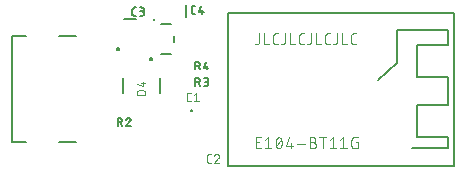
<source format=gbr>
G04 EAGLE Gerber RS-274X export*
G75*
%MOMM*%
%FSLAX34Y34*%
%LPD*%
%INSilkscreen Top*%
%IPPOS*%
%AMOC8*
5,1,8,0,0,1.08239X$1,22.5*%
G01*
%ADD10C,0.076200*%
%ADD11C,0.127000*%
%ADD12C,0.203200*%
%ADD13C,0.200000*%
%ADD14C,0.254000*%
%ADD15C,0.152400*%


D10*
X205201Y121704D02*
X205201Y114394D01*
X205199Y114305D01*
X205193Y114217D01*
X205184Y114129D01*
X205171Y114041D01*
X205154Y113954D01*
X205134Y113868D01*
X205109Y113783D01*
X205082Y113698D01*
X205050Y113615D01*
X205016Y113534D01*
X204977Y113454D01*
X204936Y113376D01*
X204891Y113299D01*
X204843Y113225D01*
X204792Y113152D01*
X204738Y113082D01*
X204680Y113015D01*
X204620Y112949D01*
X204558Y112887D01*
X204492Y112827D01*
X204425Y112769D01*
X204355Y112715D01*
X204282Y112664D01*
X204208Y112616D01*
X204131Y112571D01*
X204053Y112530D01*
X203973Y112491D01*
X203892Y112457D01*
X203809Y112425D01*
X203724Y112398D01*
X203639Y112373D01*
X203553Y112353D01*
X203466Y112336D01*
X203378Y112323D01*
X203290Y112314D01*
X203202Y112308D01*
X203113Y112306D01*
X202069Y112306D01*
X209715Y112306D02*
X209715Y121704D01*
X209715Y112306D02*
X213892Y112306D01*
X219380Y112306D02*
X221469Y112306D01*
X219380Y112306D02*
X219291Y112308D01*
X219203Y112314D01*
X219115Y112323D01*
X219027Y112336D01*
X218940Y112353D01*
X218854Y112373D01*
X218769Y112398D01*
X218684Y112425D01*
X218601Y112457D01*
X218520Y112491D01*
X218440Y112530D01*
X218362Y112571D01*
X218285Y112616D01*
X218211Y112664D01*
X218138Y112715D01*
X218068Y112769D01*
X218001Y112827D01*
X217935Y112887D01*
X217873Y112949D01*
X217813Y113015D01*
X217755Y113082D01*
X217701Y113152D01*
X217650Y113225D01*
X217602Y113299D01*
X217557Y113376D01*
X217516Y113454D01*
X217477Y113534D01*
X217443Y113615D01*
X217411Y113698D01*
X217384Y113783D01*
X217359Y113868D01*
X217339Y113954D01*
X217322Y114041D01*
X217309Y114129D01*
X217300Y114217D01*
X217294Y114305D01*
X217292Y114394D01*
X217292Y119616D01*
X217294Y119707D01*
X217300Y119798D01*
X217310Y119889D01*
X217324Y119979D01*
X217341Y120068D01*
X217363Y120156D01*
X217389Y120244D01*
X217418Y120330D01*
X217451Y120415D01*
X217488Y120498D01*
X217528Y120580D01*
X217572Y120660D01*
X217619Y120738D01*
X217670Y120814D01*
X217723Y120887D01*
X217780Y120958D01*
X217841Y121027D01*
X217904Y121092D01*
X217969Y121155D01*
X218038Y121215D01*
X218109Y121273D01*
X218182Y121326D01*
X218258Y121377D01*
X218336Y121424D01*
X218416Y121468D01*
X218498Y121508D01*
X218581Y121545D01*
X218666Y121578D01*
X218752Y121607D01*
X218840Y121633D01*
X218928Y121655D01*
X219017Y121672D01*
X219107Y121686D01*
X219198Y121696D01*
X219289Y121702D01*
X219380Y121704D01*
X221469Y121704D01*
X227147Y121704D02*
X227147Y114394D01*
X227146Y114394D02*
X227144Y114305D01*
X227138Y114217D01*
X227129Y114129D01*
X227116Y114041D01*
X227099Y113954D01*
X227079Y113868D01*
X227054Y113783D01*
X227027Y113698D01*
X226995Y113615D01*
X226961Y113534D01*
X226922Y113454D01*
X226881Y113376D01*
X226836Y113299D01*
X226788Y113225D01*
X226737Y113152D01*
X226683Y113082D01*
X226625Y113015D01*
X226565Y112949D01*
X226503Y112887D01*
X226437Y112827D01*
X226370Y112769D01*
X226300Y112715D01*
X226227Y112664D01*
X226153Y112616D01*
X226076Y112571D01*
X225998Y112530D01*
X225918Y112491D01*
X225837Y112457D01*
X225754Y112425D01*
X225669Y112398D01*
X225584Y112373D01*
X225498Y112353D01*
X225411Y112336D01*
X225323Y112323D01*
X225235Y112314D01*
X225147Y112308D01*
X225058Y112306D01*
X224014Y112306D01*
X231661Y112306D02*
X231661Y121704D01*
X231661Y112306D02*
X235837Y112306D01*
X241326Y112306D02*
X243414Y112306D01*
X241326Y112306D02*
X241237Y112308D01*
X241149Y112314D01*
X241061Y112323D01*
X240973Y112336D01*
X240886Y112353D01*
X240800Y112373D01*
X240715Y112398D01*
X240630Y112425D01*
X240547Y112457D01*
X240466Y112491D01*
X240386Y112530D01*
X240308Y112571D01*
X240231Y112616D01*
X240157Y112664D01*
X240084Y112715D01*
X240014Y112769D01*
X239947Y112827D01*
X239881Y112887D01*
X239819Y112949D01*
X239759Y113015D01*
X239701Y113082D01*
X239647Y113152D01*
X239596Y113225D01*
X239548Y113299D01*
X239503Y113376D01*
X239462Y113454D01*
X239423Y113534D01*
X239389Y113615D01*
X239357Y113698D01*
X239330Y113783D01*
X239305Y113868D01*
X239285Y113954D01*
X239268Y114041D01*
X239255Y114129D01*
X239246Y114217D01*
X239240Y114305D01*
X239238Y114394D01*
X239237Y114394D02*
X239237Y119616D01*
X239238Y119616D02*
X239240Y119707D01*
X239246Y119798D01*
X239256Y119889D01*
X239270Y119979D01*
X239287Y120068D01*
X239309Y120156D01*
X239335Y120244D01*
X239364Y120330D01*
X239397Y120415D01*
X239434Y120498D01*
X239474Y120580D01*
X239518Y120660D01*
X239565Y120738D01*
X239616Y120814D01*
X239669Y120887D01*
X239726Y120958D01*
X239787Y121027D01*
X239850Y121092D01*
X239915Y121155D01*
X239984Y121215D01*
X240055Y121273D01*
X240128Y121326D01*
X240204Y121377D01*
X240282Y121424D01*
X240362Y121468D01*
X240444Y121508D01*
X240527Y121545D01*
X240612Y121578D01*
X240698Y121607D01*
X240786Y121633D01*
X240874Y121655D01*
X240963Y121672D01*
X241053Y121686D01*
X241144Y121696D01*
X241235Y121702D01*
X241326Y121704D01*
X243414Y121704D01*
X249092Y121704D02*
X249092Y114394D01*
X249090Y114305D01*
X249084Y114217D01*
X249075Y114129D01*
X249062Y114041D01*
X249045Y113954D01*
X249025Y113868D01*
X249000Y113783D01*
X248973Y113698D01*
X248941Y113615D01*
X248907Y113534D01*
X248868Y113454D01*
X248827Y113376D01*
X248782Y113299D01*
X248734Y113225D01*
X248683Y113152D01*
X248629Y113082D01*
X248571Y113015D01*
X248511Y112949D01*
X248449Y112887D01*
X248383Y112827D01*
X248316Y112769D01*
X248246Y112715D01*
X248173Y112664D01*
X248099Y112616D01*
X248022Y112571D01*
X247944Y112530D01*
X247864Y112491D01*
X247783Y112457D01*
X247700Y112425D01*
X247615Y112398D01*
X247530Y112373D01*
X247444Y112353D01*
X247357Y112336D01*
X247269Y112323D01*
X247181Y112314D01*
X247093Y112308D01*
X247004Y112306D01*
X245959Y112306D01*
X253606Y112306D02*
X253606Y121704D01*
X253606Y112306D02*
X257783Y112306D01*
X263271Y112306D02*
X265360Y112306D01*
X263271Y112306D02*
X263182Y112308D01*
X263094Y112314D01*
X263006Y112323D01*
X262918Y112336D01*
X262831Y112353D01*
X262745Y112373D01*
X262660Y112398D01*
X262575Y112425D01*
X262492Y112457D01*
X262411Y112491D01*
X262331Y112530D01*
X262253Y112571D01*
X262176Y112616D01*
X262102Y112664D01*
X262029Y112715D01*
X261959Y112769D01*
X261892Y112827D01*
X261826Y112887D01*
X261764Y112949D01*
X261704Y113015D01*
X261646Y113082D01*
X261592Y113152D01*
X261541Y113225D01*
X261493Y113299D01*
X261448Y113376D01*
X261407Y113454D01*
X261368Y113534D01*
X261334Y113615D01*
X261302Y113698D01*
X261275Y113783D01*
X261250Y113868D01*
X261230Y113954D01*
X261213Y114041D01*
X261200Y114129D01*
X261191Y114217D01*
X261185Y114305D01*
X261183Y114394D01*
X261183Y119616D01*
X261185Y119707D01*
X261191Y119798D01*
X261201Y119889D01*
X261215Y119979D01*
X261232Y120068D01*
X261254Y120156D01*
X261280Y120244D01*
X261309Y120330D01*
X261342Y120415D01*
X261379Y120498D01*
X261419Y120580D01*
X261463Y120660D01*
X261510Y120738D01*
X261561Y120814D01*
X261614Y120887D01*
X261671Y120958D01*
X261732Y121027D01*
X261795Y121092D01*
X261860Y121155D01*
X261929Y121215D01*
X262000Y121273D01*
X262073Y121326D01*
X262149Y121377D01*
X262227Y121424D01*
X262307Y121468D01*
X262389Y121508D01*
X262472Y121545D01*
X262557Y121578D01*
X262643Y121607D01*
X262731Y121633D01*
X262819Y121655D01*
X262908Y121672D01*
X262998Y121686D01*
X263089Y121696D01*
X263180Y121702D01*
X263271Y121704D01*
X265360Y121704D01*
X271038Y121704D02*
X271038Y114394D01*
X271037Y114394D02*
X271035Y114305D01*
X271029Y114217D01*
X271020Y114129D01*
X271007Y114041D01*
X270990Y113954D01*
X270970Y113868D01*
X270945Y113783D01*
X270918Y113698D01*
X270886Y113615D01*
X270852Y113534D01*
X270813Y113454D01*
X270772Y113376D01*
X270727Y113299D01*
X270679Y113225D01*
X270628Y113152D01*
X270574Y113082D01*
X270516Y113015D01*
X270456Y112949D01*
X270394Y112887D01*
X270328Y112827D01*
X270261Y112769D01*
X270191Y112715D01*
X270118Y112664D01*
X270044Y112616D01*
X269967Y112571D01*
X269889Y112530D01*
X269809Y112491D01*
X269728Y112457D01*
X269645Y112425D01*
X269560Y112398D01*
X269475Y112373D01*
X269389Y112353D01*
X269302Y112336D01*
X269214Y112323D01*
X269126Y112314D01*
X269038Y112308D01*
X268949Y112306D01*
X267905Y112306D01*
X275552Y112306D02*
X275552Y121704D01*
X275552Y112306D02*
X279728Y112306D01*
X285217Y112306D02*
X287305Y112306D01*
X285217Y112306D02*
X285128Y112308D01*
X285040Y112314D01*
X284952Y112323D01*
X284864Y112336D01*
X284777Y112353D01*
X284691Y112373D01*
X284606Y112398D01*
X284521Y112425D01*
X284438Y112457D01*
X284357Y112491D01*
X284277Y112530D01*
X284199Y112571D01*
X284122Y112616D01*
X284048Y112664D01*
X283975Y112715D01*
X283905Y112769D01*
X283838Y112827D01*
X283772Y112887D01*
X283710Y112949D01*
X283650Y113015D01*
X283592Y113082D01*
X283538Y113152D01*
X283487Y113225D01*
X283439Y113299D01*
X283394Y113376D01*
X283353Y113454D01*
X283314Y113534D01*
X283280Y113615D01*
X283248Y113698D01*
X283221Y113783D01*
X283196Y113868D01*
X283176Y113954D01*
X283159Y114041D01*
X283146Y114129D01*
X283137Y114217D01*
X283131Y114305D01*
X283129Y114394D01*
X283128Y114394D02*
X283128Y119616D01*
X283129Y119616D02*
X283131Y119707D01*
X283137Y119798D01*
X283147Y119889D01*
X283161Y119979D01*
X283178Y120068D01*
X283200Y120156D01*
X283226Y120244D01*
X283255Y120330D01*
X283288Y120415D01*
X283325Y120498D01*
X283365Y120580D01*
X283409Y120660D01*
X283456Y120738D01*
X283507Y120814D01*
X283560Y120887D01*
X283617Y120958D01*
X283678Y121027D01*
X283741Y121092D01*
X283806Y121155D01*
X283875Y121215D01*
X283946Y121273D01*
X284019Y121326D01*
X284095Y121377D01*
X284173Y121424D01*
X284253Y121468D01*
X284335Y121508D01*
X284418Y121545D01*
X284503Y121578D01*
X284589Y121607D01*
X284677Y121633D01*
X284765Y121655D01*
X284854Y121672D01*
X284944Y121686D01*
X285035Y121696D01*
X285126Y121702D01*
X285217Y121704D01*
X287305Y121704D01*
D11*
X151346Y138330D02*
X149822Y138330D01*
X149745Y138332D01*
X149668Y138338D01*
X149591Y138348D01*
X149515Y138361D01*
X149440Y138379D01*
X149366Y138400D01*
X149293Y138425D01*
X149221Y138454D01*
X149151Y138486D01*
X149082Y138521D01*
X149016Y138561D01*
X148951Y138603D01*
X148889Y138649D01*
X148829Y138698D01*
X148772Y138749D01*
X148717Y138804D01*
X148666Y138861D01*
X148617Y138921D01*
X148571Y138983D01*
X148529Y139048D01*
X148489Y139114D01*
X148454Y139183D01*
X148422Y139253D01*
X148393Y139325D01*
X148368Y139398D01*
X148347Y139472D01*
X148329Y139547D01*
X148316Y139623D01*
X148306Y139700D01*
X148300Y139777D01*
X148298Y139854D01*
X148298Y143664D01*
X148300Y143741D01*
X148306Y143818D01*
X148316Y143895D01*
X148329Y143971D01*
X148347Y144046D01*
X148368Y144120D01*
X148393Y144193D01*
X148422Y144265D01*
X148454Y144335D01*
X148489Y144404D01*
X148529Y144470D01*
X148571Y144535D01*
X148617Y144597D01*
X148666Y144657D01*
X148717Y144714D01*
X148772Y144769D01*
X148829Y144820D01*
X148889Y144869D01*
X148951Y144915D01*
X149016Y144957D01*
X149082Y144997D01*
X149151Y145032D01*
X149221Y145064D01*
X149293Y145093D01*
X149366Y145118D01*
X149440Y145139D01*
X149515Y145157D01*
X149591Y145170D01*
X149668Y145180D01*
X149745Y145186D01*
X149822Y145188D01*
X151346Y145188D01*
X155949Y145188D02*
X154425Y139854D01*
X158235Y139854D01*
X157092Y141378D02*
X157092Y138330D01*
X100926Y136671D02*
X99402Y136671D01*
X99325Y136673D01*
X99248Y136679D01*
X99171Y136689D01*
X99095Y136702D01*
X99020Y136720D01*
X98946Y136741D01*
X98873Y136766D01*
X98801Y136795D01*
X98731Y136827D01*
X98662Y136862D01*
X98596Y136902D01*
X98531Y136944D01*
X98469Y136990D01*
X98409Y137039D01*
X98352Y137090D01*
X98297Y137145D01*
X98246Y137202D01*
X98197Y137262D01*
X98151Y137324D01*
X98109Y137389D01*
X98069Y137455D01*
X98034Y137524D01*
X98002Y137594D01*
X97973Y137666D01*
X97948Y137739D01*
X97927Y137813D01*
X97909Y137888D01*
X97896Y137964D01*
X97886Y138041D01*
X97880Y138118D01*
X97878Y138195D01*
X97878Y142005D01*
X97880Y142082D01*
X97886Y142159D01*
X97896Y142236D01*
X97909Y142312D01*
X97927Y142387D01*
X97948Y142461D01*
X97973Y142534D01*
X98002Y142606D01*
X98034Y142676D01*
X98069Y142745D01*
X98109Y142811D01*
X98151Y142876D01*
X98197Y142938D01*
X98246Y142998D01*
X98297Y143055D01*
X98352Y143110D01*
X98409Y143161D01*
X98469Y143210D01*
X98531Y143256D01*
X98596Y143298D01*
X98662Y143338D01*
X98731Y143373D01*
X98801Y143405D01*
X98873Y143434D01*
X98946Y143459D01*
X99020Y143480D01*
X99095Y143498D01*
X99171Y143511D01*
X99248Y143521D01*
X99325Y143527D01*
X99402Y143529D01*
X100926Y143529D01*
X104005Y136671D02*
X105910Y136671D01*
X105995Y136673D01*
X106081Y136679D01*
X106166Y136688D01*
X106250Y136702D01*
X106334Y136719D01*
X106417Y136740D01*
X106499Y136764D01*
X106579Y136792D01*
X106659Y136824D01*
X106737Y136860D01*
X106813Y136898D01*
X106887Y136941D01*
X106959Y136986D01*
X107030Y137035D01*
X107098Y137087D01*
X107163Y137141D01*
X107226Y137199D01*
X107287Y137260D01*
X107345Y137323D01*
X107399Y137388D01*
X107451Y137456D01*
X107500Y137527D01*
X107545Y137599D01*
X107588Y137673D01*
X107626Y137749D01*
X107662Y137827D01*
X107694Y137907D01*
X107722Y137987D01*
X107746Y138069D01*
X107767Y138152D01*
X107784Y138236D01*
X107798Y138320D01*
X107807Y138405D01*
X107813Y138491D01*
X107815Y138576D01*
X107813Y138661D01*
X107807Y138747D01*
X107798Y138832D01*
X107784Y138916D01*
X107767Y139000D01*
X107746Y139083D01*
X107722Y139165D01*
X107694Y139245D01*
X107662Y139325D01*
X107626Y139403D01*
X107588Y139479D01*
X107545Y139553D01*
X107500Y139625D01*
X107451Y139696D01*
X107399Y139764D01*
X107345Y139829D01*
X107287Y139892D01*
X107226Y139953D01*
X107163Y140011D01*
X107098Y140065D01*
X107030Y140117D01*
X106959Y140166D01*
X106887Y140211D01*
X106813Y140254D01*
X106737Y140292D01*
X106659Y140328D01*
X106579Y140360D01*
X106499Y140388D01*
X106417Y140412D01*
X106334Y140433D01*
X106250Y140450D01*
X106166Y140464D01*
X106081Y140473D01*
X105995Y140479D01*
X105910Y140481D01*
X106291Y143529D02*
X104005Y143529D01*
X106291Y143529D02*
X106368Y143527D01*
X106445Y143521D01*
X106522Y143511D01*
X106598Y143498D01*
X106673Y143480D01*
X106747Y143459D01*
X106820Y143434D01*
X106892Y143405D01*
X106962Y143373D01*
X107031Y143338D01*
X107097Y143298D01*
X107162Y143256D01*
X107224Y143210D01*
X107284Y143161D01*
X107341Y143110D01*
X107396Y143055D01*
X107447Y142998D01*
X107496Y142938D01*
X107542Y142876D01*
X107584Y142811D01*
X107624Y142745D01*
X107659Y142676D01*
X107691Y142606D01*
X107720Y142534D01*
X107745Y142461D01*
X107766Y142387D01*
X107784Y142312D01*
X107797Y142236D01*
X107807Y142159D01*
X107813Y142082D01*
X107815Y142005D01*
X107813Y141928D01*
X107807Y141851D01*
X107797Y141774D01*
X107784Y141698D01*
X107766Y141623D01*
X107745Y141549D01*
X107720Y141476D01*
X107691Y141404D01*
X107659Y141334D01*
X107624Y141265D01*
X107584Y141199D01*
X107542Y141134D01*
X107496Y141072D01*
X107447Y141012D01*
X107396Y140955D01*
X107341Y140900D01*
X107284Y140849D01*
X107224Y140800D01*
X107162Y140754D01*
X107097Y140712D01*
X107031Y140672D01*
X106962Y140637D01*
X106892Y140605D01*
X106820Y140576D01*
X106747Y140551D01*
X106673Y140530D01*
X106598Y140512D01*
X106522Y140499D01*
X106445Y140489D01*
X106368Y140483D01*
X106291Y140481D01*
X104767Y140481D01*
D10*
X202369Y24206D02*
X206545Y24206D01*
X202369Y24206D02*
X202369Y33604D01*
X206545Y33604D01*
X205501Y29427D02*
X202369Y29427D01*
X209971Y31516D02*
X212582Y33604D01*
X212582Y24206D01*
X215192Y24206D02*
X209971Y24206D01*
X219115Y28905D02*
X219117Y29090D01*
X219124Y29275D01*
X219135Y29459D01*
X219150Y29643D01*
X219170Y29827D01*
X219194Y30011D01*
X219223Y30193D01*
X219256Y30375D01*
X219293Y30556D01*
X219335Y30736D01*
X219381Y30916D01*
X219431Y31094D01*
X219485Y31270D01*
X219544Y31446D01*
X219606Y31620D01*
X219673Y31792D01*
X219744Y31963D01*
X219819Y32132D01*
X219898Y32299D01*
X219897Y32299D02*
X219927Y32379D01*
X219960Y32458D01*
X219997Y32535D01*
X220037Y32611D01*
X220080Y32685D01*
X220126Y32757D01*
X220176Y32826D01*
X220228Y32894D01*
X220284Y32959D01*
X220342Y33022D01*
X220404Y33081D01*
X220467Y33139D01*
X220534Y33193D01*
X220602Y33244D01*
X220673Y33292D01*
X220746Y33337D01*
X220820Y33379D01*
X220897Y33417D01*
X220975Y33452D01*
X221054Y33484D01*
X221135Y33512D01*
X221217Y33536D01*
X221301Y33557D01*
X221384Y33574D01*
X221469Y33587D01*
X221554Y33596D01*
X221639Y33602D01*
X221725Y33604D01*
X221811Y33602D01*
X221896Y33596D01*
X221981Y33587D01*
X222066Y33574D01*
X222149Y33557D01*
X222233Y33536D01*
X222315Y33512D01*
X222396Y33484D01*
X222475Y33452D01*
X222553Y33417D01*
X222630Y33379D01*
X222704Y33337D01*
X222777Y33292D01*
X222848Y33244D01*
X222916Y33193D01*
X222983Y33139D01*
X223046Y33081D01*
X223108Y33022D01*
X223166Y32959D01*
X223222Y32894D01*
X223274Y32826D01*
X223324Y32757D01*
X223370Y32685D01*
X223413Y32611D01*
X223453Y32535D01*
X223490Y32458D01*
X223523Y32379D01*
X223553Y32299D01*
X223632Y32132D01*
X223707Y31963D01*
X223778Y31792D01*
X223845Y31620D01*
X223907Y31446D01*
X223966Y31270D01*
X224020Y31094D01*
X224070Y30916D01*
X224116Y30736D01*
X224158Y30556D01*
X224195Y30375D01*
X224228Y30193D01*
X224257Y30011D01*
X224281Y29827D01*
X224301Y29643D01*
X224316Y29459D01*
X224327Y29275D01*
X224334Y29090D01*
X224336Y28905D01*
X219115Y28905D02*
X219117Y28720D01*
X219124Y28535D01*
X219135Y28351D01*
X219150Y28167D01*
X219170Y27983D01*
X219194Y27799D01*
X219223Y27617D01*
X219256Y27435D01*
X219293Y27254D01*
X219335Y27074D01*
X219381Y26894D01*
X219431Y26716D01*
X219485Y26540D01*
X219544Y26364D01*
X219606Y26190D01*
X219673Y26018D01*
X219744Y25847D01*
X219819Y25678D01*
X219898Y25511D01*
X219897Y25511D02*
X219927Y25431D01*
X219960Y25352D01*
X219997Y25275D01*
X220037Y25199D01*
X220080Y25125D01*
X220126Y25053D01*
X220176Y24984D01*
X220229Y24916D01*
X220284Y24851D01*
X220343Y24788D01*
X220404Y24729D01*
X220467Y24671D01*
X220534Y24617D01*
X220602Y24566D01*
X220673Y24518D01*
X220746Y24473D01*
X220820Y24431D01*
X220897Y24393D01*
X220975Y24358D01*
X221054Y24326D01*
X221135Y24298D01*
X221217Y24274D01*
X221301Y24253D01*
X221384Y24236D01*
X221469Y24223D01*
X221554Y24214D01*
X221639Y24208D01*
X221725Y24206D01*
X223553Y25511D02*
X223632Y25678D01*
X223707Y25847D01*
X223778Y26018D01*
X223845Y26190D01*
X223907Y26364D01*
X223966Y26540D01*
X224020Y26716D01*
X224070Y26894D01*
X224116Y27074D01*
X224158Y27254D01*
X224195Y27435D01*
X224228Y27617D01*
X224257Y27799D01*
X224281Y27983D01*
X224301Y28167D01*
X224316Y28351D01*
X224327Y28535D01*
X224334Y28720D01*
X224336Y28905D01*
X223553Y25511D02*
X223523Y25431D01*
X223490Y25352D01*
X223453Y25275D01*
X223413Y25199D01*
X223370Y25125D01*
X223324Y25053D01*
X223274Y24984D01*
X223222Y24916D01*
X223166Y24851D01*
X223108Y24788D01*
X223046Y24729D01*
X222983Y24671D01*
X222916Y24617D01*
X222848Y24566D01*
X222777Y24518D01*
X222704Y24473D01*
X222630Y24431D01*
X222553Y24393D01*
X222475Y24358D01*
X222396Y24326D01*
X222315Y24298D01*
X222233Y24274D01*
X222149Y24253D01*
X222066Y24236D01*
X221981Y24223D01*
X221896Y24214D01*
X221811Y24208D01*
X221725Y24206D01*
X219637Y26294D02*
X223814Y31516D01*
X228259Y26294D02*
X230347Y33604D01*
X228259Y26294D02*
X233480Y26294D01*
X231914Y28383D02*
X231914Y24206D01*
X237490Y27861D02*
X243756Y27861D01*
X248202Y29427D02*
X250813Y29427D01*
X250813Y29428D02*
X250914Y29426D01*
X251015Y29420D01*
X251116Y29410D01*
X251216Y29397D01*
X251316Y29379D01*
X251415Y29358D01*
X251513Y29332D01*
X251610Y29303D01*
X251706Y29271D01*
X251800Y29234D01*
X251893Y29194D01*
X251985Y29150D01*
X252074Y29103D01*
X252162Y29052D01*
X252248Y28998D01*
X252331Y28941D01*
X252413Y28881D01*
X252491Y28817D01*
X252568Y28751D01*
X252641Y28681D01*
X252712Y28609D01*
X252780Y28534D01*
X252845Y28456D01*
X252907Y28376D01*
X252966Y28294D01*
X253022Y28209D01*
X253074Y28122D01*
X253123Y28034D01*
X253169Y27943D01*
X253210Y27851D01*
X253249Y27757D01*
X253283Y27662D01*
X253314Y27566D01*
X253341Y27468D01*
X253365Y27370D01*
X253384Y27270D01*
X253400Y27170D01*
X253412Y27070D01*
X253420Y26969D01*
X253424Y26868D01*
X253424Y26766D01*
X253420Y26665D01*
X253412Y26564D01*
X253400Y26464D01*
X253384Y26364D01*
X253365Y26264D01*
X253341Y26166D01*
X253314Y26068D01*
X253283Y25972D01*
X253249Y25877D01*
X253210Y25783D01*
X253169Y25691D01*
X253123Y25600D01*
X253074Y25511D01*
X253022Y25425D01*
X252966Y25340D01*
X252907Y25258D01*
X252845Y25178D01*
X252780Y25100D01*
X252712Y25025D01*
X252641Y24953D01*
X252568Y24883D01*
X252491Y24817D01*
X252413Y24753D01*
X252331Y24693D01*
X252248Y24636D01*
X252162Y24582D01*
X252074Y24531D01*
X251985Y24484D01*
X251893Y24440D01*
X251800Y24400D01*
X251706Y24363D01*
X251610Y24331D01*
X251513Y24302D01*
X251415Y24276D01*
X251316Y24255D01*
X251216Y24237D01*
X251116Y24224D01*
X251015Y24214D01*
X250914Y24208D01*
X250813Y24206D01*
X248202Y24206D01*
X248202Y33604D01*
X250813Y33604D01*
X250903Y33602D01*
X250992Y33596D01*
X251082Y33587D01*
X251171Y33573D01*
X251259Y33556D01*
X251346Y33535D01*
X251433Y33510D01*
X251518Y33481D01*
X251602Y33449D01*
X251684Y33414D01*
X251765Y33374D01*
X251844Y33332D01*
X251921Y33286D01*
X251996Y33236D01*
X252069Y33184D01*
X252140Y33128D01*
X252208Y33070D01*
X252273Y33008D01*
X252336Y32944D01*
X252396Y32877D01*
X252453Y32808D01*
X252507Y32736D01*
X252558Y32662D01*
X252606Y32586D01*
X252650Y32508D01*
X252691Y32428D01*
X252729Y32346D01*
X252763Y32263D01*
X252793Y32178D01*
X252820Y32092D01*
X252843Y32006D01*
X252862Y31918D01*
X252877Y31829D01*
X252889Y31740D01*
X252897Y31651D01*
X252901Y31561D01*
X252901Y31471D01*
X252897Y31381D01*
X252889Y31292D01*
X252877Y31203D01*
X252862Y31114D01*
X252843Y31026D01*
X252820Y30940D01*
X252793Y30854D01*
X252763Y30769D01*
X252729Y30686D01*
X252691Y30604D01*
X252650Y30524D01*
X252606Y30446D01*
X252558Y30370D01*
X252507Y30296D01*
X252453Y30224D01*
X252396Y30155D01*
X252336Y30088D01*
X252273Y30024D01*
X252208Y29962D01*
X252140Y29904D01*
X252069Y29848D01*
X251996Y29796D01*
X251921Y29746D01*
X251844Y29700D01*
X251765Y29658D01*
X251684Y29618D01*
X251602Y29583D01*
X251518Y29551D01*
X251433Y29522D01*
X251346Y29497D01*
X251259Y29476D01*
X251171Y29459D01*
X251082Y29445D01*
X250992Y29436D01*
X250903Y29430D01*
X250813Y29428D01*
X258911Y33604D02*
X258911Y24206D01*
X256300Y33604D02*
X261522Y33604D01*
X264835Y31516D02*
X267445Y33604D01*
X267445Y24206D01*
X264835Y24206D02*
X270056Y24206D01*
X273979Y31516D02*
X276589Y33604D01*
X276589Y24206D01*
X273979Y24206D02*
X279200Y24206D01*
X287082Y29427D02*
X288649Y29427D01*
X288649Y24206D01*
X285516Y24206D01*
X285427Y24208D01*
X285339Y24214D01*
X285251Y24223D01*
X285163Y24236D01*
X285076Y24253D01*
X284990Y24273D01*
X284905Y24298D01*
X284820Y24325D01*
X284737Y24357D01*
X284656Y24391D01*
X284576Y24430D01*
X284498Y24471D01*
X284421Y24516D01*
X284347Y24564D01*
X284274Y24615D01*
X284204Y24669D01*
X284137Y24727D01*
X284071Y24787D01*
X284009Y24849D01*
X283949Y24915D01*
X283891Y24982D01*
X283837Y25052D01*
X283786Y25125D01*
X283738Y25199D01*
X283693Y25276D01*
X283652Y25354D01*
X283613Y25434D01*
X283579Y25515D01*
X283547Y25598D01*
X283520Y25683D01*
X283495Y25768D01*
X283475Y25854D01*
X283458Y25941D01*
X283445Y26029D01*
X283436Y26117D01*
X283430Y26205D01*
X283428Y26294D01*
X283428Y31516D01*
X283430Y31607D01*
X283436Y31698D01*
X283446Y31789D01*
X283460Y31879D01*
X283477Y31968D01*
X283499Y32056D01*
X283525Y32144D01*
X283554Y32230D01*
X283587Y32315D01*
X283624Y32398D01*
X283664Y32480D01*
X283708Y32560D01*
X283755Y32638D01*
X283806Y32714D01*
X283859Y32787D01*
X283916Y32858D01*
X283977Y32927D01*
X284040Y32992D01*
X284105Y33055D01*
X284174Y33115D01*
X284245Y33173D01*
X284318Y33226D01*
X284394Y33277D01*
X284472Y33324D01*
X284552Y33368D01*
X284634Y33408D01*
X284717Y33445D01*
X284802Y33478D01*
X284888Y33507D01*
X284976Y33533D01*
X285064Y33555D01*
X285153Y33572D01*
X285243Y33586D01*
X285334Y33596D01*
X285425Y33602D01*
X285516Y33604D01*
X288649Y33604D01*
D12*
X147679Y55711D02*
X147679Y56388D01*
X148356Y56388D01*
X148356Y55711D01*
X147679Y55711D01*
D11*
X49950Y119000D02*
X35550Y119000D01*
X35550Y29600D02*
X49950Y29600D01*
X8150Y29600D02*
X-4150Y29600D01*
X-4150Y119000D01*
X8150Y119000D01*
D13*
X84850Y108300D02*
X84852Y108363D01*
X84858Y108425D01*
X84868Y108487D01*
X84881Y108549D01*
X84899Y108609D01*
X84920Y108668D01*
X84945Y108726D01*
X84974Y108782D01*
X85006Y108836D01*
X85041Y108888D01*
X85079Y108937D01*
X85121Y108985D01*
X85165Y109029D01*
X85213Y109071D01*
X85262Y109109D01*
X85314Y109144D01*
X85368Y109176D01*
X85424Y109205D01*
X85482Y109230D01*
X85541Y109251D01*
X85601Y109269D01*
X85663Y109282D01*
X85725Y109292D01*
X85787Y109298D01*
X85850Y109300D01*
X85913Y109298D01*
X85975Y109292D01*
X86037Y109282D01*
X86099Y109269D01*
X86159Y109251D01*
X86218Y109230D01*
X86276Y109205D01*
X86332Y109176D01*
X86386Y109144D01*
X86438Y109109D01*
X86487Y109071D01*
X86535Y109029D01*
X86579Y108985D01*
X86621Y108937D01*
X86659Y108888D01*
X86694Y108836D01*
X86726Y108782D01*
X86755Y108726D01*
X86780Y108668D01*
X86801Y108609D01*
X86819Y108549D01*
X86832Y108487D01*
X86842Y108425D01*
X86848Y108363D01*
X86850Y108300D01*
X86848Y108237D01*
X86842Y108175D01*
X86832Y108113D01*
X86819Y108051D01*
X86801Y107991D01*
X86780Y107932D01*
X86755Y107874D01*
X86726Y107818D01*
X86694Y107764D01*
X86659Y107712D01*
X86621Y107663D01*
X86579Y107615D01*
X86535Y107571D01*
X86487Y107529D01*
X86438Y107491D01*
X86386Y107456D01*
X86332Y107424D01*
X86276Y107395D01*
X86218Y107370D01*
X86159Y107349D01*
X86099Y107331D01*
X86037Y107318D01*
X85975Y107308D01*
X85913Y107302D01*
X85850Y107300D01*
X85787Y107302D01*
X85725Y107308D01*
X85663Y107318D01*
X85601Y107331D01*
X85541Y107349D01*
X85482Y107370D01*
X85424Y107395D01*
X85368Y107424D01*
X85314Y107456D01*
X85262Y107491D01*
X85213Y107529D01*
X85165Y107571D01*
X85121Y107615D01*
X85079Y107663D01*
X85041Y107712D01*
X85006Y107764D01*
X84974Y107818D01*
X84945Y107874D01*
X84920Y107932D01*
X84899Y107991D01*
X84881Y108051D01*
X84868Y108113D01*
X84858Y108175D01*
X84852Y108237D01*
X84850Y108300D01*
D12*
X122175Y104306D02*
X130763Y104306D01*
X130763Y129706D02*
X122175Y129706D01*
X133557Y119690D02*
X133557Y114322D01*
D14*
X116309Y133008D03*
D11*
X101368Y134198D02*
X91208Y134198D01*
X143316Y135864D02*
X143316Y146024D01*
D15*
X85496Y50088D02*
X85496Y43484D01*
X85496Y50088D02*
X87331Y50088D01*
X87416Y50086D01*
X87500Y50080D01*
X87584Y50070D01*
X87668Y50057D01*
X87751Y50039D01*
X87833Y50018D01*
X87914Y49993D01*
X87994Y49964D01*
X88072Y49932D01*
X88148Y49896D01*
X88223Y49856D01*
X88296Y49813D01*
X88367Y49767D01*
X88436Y49718D01*
X88503Y49665D01*
X88567Y49609D01*
X88628Y49551D01*
X88686Y49490D01*
X88742Y49426D01*
X88795Y49359D01*
X88844Y49290D01*
X88890Y49219D01*
X88933Y49146D01*
X88973Y49071D01*
X89009Y48995D01*
X89041Y48917D01*
X89070Y48837D01*
X89095Y48756D01*
X89116Y48674D01*
X89134Y48591D01*
X89147Y48507D01*
X89157Y48423D01*
X89163Y48339D01*
X89165Y48254D01*
X89163Y48169D01*
X89157Y48085D01*
X89147Y48001D01*
X89134Y47917D01*
X89116Y47834D01*
X89095Y47752D01*
X89070Y47671D01*
X89041Y47591D01*
X89009Y47513D01*
X88973Y47437D01*
X88933Y47362D01*
X88890Y47289D01*
X88844Y47218D01*
X88795Y47149D01*
X88742Y47082D01*
X88686Y47018D01*
X88628Y46957D01*
X88567Y46899D01*
X88503Y46843D01*
X88436Y46790D01*
X88367Y46741D01*
X88296Y46695D01*
X88223Y46652D01*
X88148Y46612D01*
X88072Y46576D01*
X87994Y46544D01*
X87914Y46515D01*
X87833Y46490D01*
X87751Y46469D01*
X87668Y46451D01*
X87584Y46438D01*
X87500Y46428D01*
X87416Y46422D01*
X87331Y46420D01*
X87331Y46419D02*
X85496Y46419D01*
X87697Y46419D02*
X89165Y43484D01*
X94750Y50088D02*
X94829Y50086D01*
X94907Y50081D01*
X94985Y50071D01*
X95062Y50058D01*
X95139Y50041D01*
X95215Y50021D01*
X95290Y49997D01*
X95364Y49970D01*
X95436Y49939D01*
X95507Y49904D01*
X95576Y49867D01*
X95643Y49826D01*
X95708Y49782D01*
X95771Y49735D01*
X95831Y49685D01*
X95889Y49632D01*
X95945Y49576D01*
X95998Y49518D01*
X96048Y49458D01*
X96095Y49395D01*
X96139Y49330D01*
X96180Y49263D01*
X96217Y49194D01*
X96252Y49123D01*
X96283Y49051D01*
X96310Y48977D01*
X96334Y48902D01*
X96354Y48826D01*
X96371Y48749D01*
X96384Y48672D01*
X96394Y48594D01*
X96399Y48516D01*
X96401Y48437D01*
X94750Y50088D02*
X94661Y50086D01*
X94572Y50081D01*
X94484Y50071D01*
X94396Y50058D01*
X94309Y50042D01*
X94222Y50021D01*
X94137Y49997D01*
X94052Y49970D01*
X93969Y49939D01*
X93887Y49904D01*
X93806Y49866D01*
X93727Y49825D01*
X93651Y49781D01*
X93575Y49733D01*
X93502Y49682D01*
X93432Y49629D01*
X93363Y49572D01*
X93297Y49512D01*
X93234Y49450D01*
X93173Y49385D01*
X93115Y49318D01*
X93060Y49248D01*
X93007Y49176D01*
X92958Y49102D01*
X92912Y49026D01*
X92870Y48948D01*
X92830Y48868D01*
X92794Y48787D01*
X92761Y48704D01*
X92732Y48620D01*
X95851Y47153D02*
X95907Y47209D01*
X95961Y47268D01*
X96012Y47329D01*
X96061Y47393D01*
X96106Y47458D01*
X96149Y47526D01*
X96188Y47595D01*
X96225Y47666D01*
X96258Y47739D01*
X96287Y47813D01*
X96314Y47888D01*
X96337Y47964D01*
X96356Y48042D01*
X96372Y48120D01*
X96385Y48198D01*
X96394Y48278D01*
X96399Y48357D01*
X96401Y48437D01*
X95851Y47153D02*
X92733Y43484D01*
X96401Y43484D01*
D11*
X179169Y9191D02*
X369799Y9191D01*
X369799Y139161D01*
X179169Y139161D01*
X334879Y24271D02*
X364879Y24271D01*
X364879Y34271D01*
X338679Y34271D01*
X338679Y60971D01*
X338779Y60771D02*
X364879Y60771D01*
X364879Y84501D01*
X338779Y84501D01*
X338779Y111581D01*
X364879Y111581D01*
X364879Y124181D01*
X322279Y124181D01*
X322279Y96661D01*
X305679Y82161D01*
X179169Y139161D02*
X179169Y9191D01*
X121500Y71250D02*
X121500Y84250D01*
X90000Y84250D02*
X90000Y71250D01*
D13*
X112750Y99750D02*
X112752Y99813D01*
X112758Y99875D01*
X112768Y99937D01*
X112781Y99999D01*
X112799Y100059D01*
X112820Y100118D01*
X112845Y100176D01*
X112874Y100232D01*
X112906Y100286D01*
X112941Y100338D01*
X112979Y100387D01*
X113021Y100435D01*
X113065Y100479D01*
X113113Y100521D01*
X113162Y100559D01*
X113214Y100594D01*
X113268Y100626D01*
X113324Y100655D01*
X113382Y100680D01*
X113441Y100701D01*
X113501Y100719D01*
X113563Y100732D01*
X113625Y100742D01*
X113687Y100748D01*
X113750Y100750D01*
X113813Y100748D01*
X113875Y100742D01*
X113937Y100732D01*
X113999Y100719D01*
X114059Y100701D01*
X114118Y100680D01*
X114176Y100655D01*
X114232Y100626D01*
X114286Y100594D01*
X114338Y100559D01*
X114387Y100521D01*
X114435Y100479D01*
X114479Y100435D01*
X114521Y100387D01*
X114559Y100338D01*
X114594Y100286D01*
X114626Y100232D01*
X114655Y100176D01*
X114680Y100118D01*
X114701Y100059D01*
X114719Y99999D01*
X114732Y99937D01*
X114742Y99875D01*
X114748Y99813D01*
X114750Y99750D01*
X114748Y99687D01*
X114742Y99625D01*
X114732Y99563D01*
X114719Y99501D01*
X114701Y99441D01*
X114680Y99382D01*
X114655Y99324D01*
X114626Y99268D01*
X114594Y99214D01*
X114559Y99162D01*
X114521Y99113D01*
X114479Y99065D01*
X114435Y99021D01*
X114387Y98979D01*
X114338Y98941D01*
X114286Y98906D01*
X114232Y98874D01*
X114176Y98845D01*
X114118Y98820D01*
X114059Y98799D01*
X113999Y98781D01*
X113937Y98768D01*
X113875Y98758D01*
X113813Y98752D01*
X113750Y98750D01*
X113687Y98752D01*
X113625Y98758D01*
X113563Y98768D01*
X113501Y98781D01*
X113441Y98799D01*
X113382Y98820D01*
X113324Y98845D01*
X113268Y98874D01*
X113214Y98906D01*
X113162Y98941D01*
X113113Y98979D01*
X113065Y99021D01*
X113021Y99065D01*
X112979Y99113D01*
X112941Y99162D01*
X112906Y99214D01*
X112874Y99268D01*
X112845Y99324D01*
X112820Y99382D01*
X112799Y99441D01*
X112781Y99501D01*
X112768Y99563D01*
X112758Y99625D01*
X112752Y99687D01*
X112750Y99750D01*
D10*
X108897Y69218D02*
X101531Y69218D01*
X101531Y71264D01*
X101533Y71353D01*
X101539Y71442D01*
X101549Y71531D01*
X101562Y71619D01*
X101579Y71707D01*
X101601Y71794D01*
X101626Y71879D01*
X101654Y71964D01*
X101687Y72047D01*
X101723Y72129D01*
X101762Y72209D01*
X101805Y72287D01*
X101851Y72363D01*
X101901Y72438D01*
X101954Y72510D01*
X102010Y72579D01*
X102069Y72646D01*
X102130Y72711D01*
X102195Y72772D01*
X102262Y72831D01*
X102331Y72887D01*
X102403Y72940D01*
X102478Y72990D01*
X102554Y73036D01*
X102632Y73079D01*
X102712Y73118D01*
X102794Y73154D01*
X102877Y73187D01*
X102962Y73215D01*
X103047Y73240D01*
X103134Y73262D01*
X103222Y73279D01*
X103310Y73292D01*
X103399Y73302D01*
X103488Y73308D01*
X103577Y73310D01*
X106851Y73310D01*
X106940Y73308D01*
X107029Y73302D01*
X107118Y73292D01*
X107206Y73279D01*
X107294Y73262D01*
X107381Y73240D01*
X107466Y73215D01*
X107551Y73187D01*
X107634Y73154D01*
X107716Y73118D01*
X107796Y73079D01*
X107874Y73036D01*
X107950Y72990D01*
X108025Y72940D01*
X108097Y72887D01*
X108166Y72831D01*
X108233Y72772D01*
X108298Y72711D01*
X108359Y72646D01*
X108418Y72579D01*
X108474Y72510D01*
X108527Y72438D01*
X108577Y72363D01*
X108623Y72287D01*
X108666Y72209D01*
X108705Y72129D01*
X108741Y72047D01*
X108774Y71964D01*
X108802Y71879D01*
X108827Y71794D01*
X108849Y71707D01*
X108866Y71619D01*
X108879Y71531D01*
X108889Y71442D01*
X108895Y71353D01*
X108897Y71264D01*
X108897Y69218D01*
X107260Y76777D02*
X101531Y78414D01*
X107260Y76777D02*
X107260Y80869D01*
X105623Y79641D02*
X108897Y79641D01*
D15*
X151297Y77142D02*
X151297Y83746D01*
X153132Y83746D01*
X153217Y83744D01*
X153301Y83738D01*
X153385Y83728D01*
X153469Y83715D01*
X153552Y83697D01*
X153634Y83676D01*
X153715Y83651D01*
X153795Y83622D01*
X153873Y83590D01*
X153949Y83554D01*
X154024Y83514D01*
X154097Y83471D01*
X154168Y83425D01*
X154237Y83376D01*
X154304Y83323D01*
X154368Y83267D01*
X154429Y83209D01*
X154487Y83148D01*
X154543Y83084D01*
X154596Y83017D01*
X154645Y82948D01*
X154691Y82877D01*
X154734Y82804D01*
X154774Y82729D01*
X154810Y82653D01*
X154842Y82575D01*
X154871Y82495D01*
X154896Y82414D01*
X154917Y82332D01*
X154935Y82249D01*
X154948Y82165D01*
X154958Y82081D01*
X154964Y81997D01*
X154966Y81912D01*
X154964Y81827D01*
X154958Y81743D01*
X154948Y81659D01*
X154935Y81575D01*
X154917Y81492D01*
X154896Y81410D01*
X154871Y81329D01*
X154842Y81249D01*
X154810Y81171D01*
X154774Y81095D01*
X154734Y81020D01*
X154691Y80947D01*
X154645Y80876D01*
X154596Y80807D01*
X154543Y80740D01*
X154487Y80676D01*
X154429Y80615D01*
X154368Y80557D01*
X154304Y80501D01*
X154237Y80448D01*
X154168Y80399D01*
X154097Y80353D01*
X154024Y80310D01*
X153949Y80270D01*
X153873Y80234D01*
X153795Y80202D01*
X153715Y80173D01*
X153634Y80148D01*
X153552Y80127D01*
X153469Y80109D01*
X153385Y80096D01*
X153301Y80086D01*
X153217Y80080D01*
X153132Y80078D01*
X153132Y80077D02*
X151297Y80077D01*
X153499Y80077D02*
X154966Y77142D01*
X158534Y77142D02*
X160368Y77142D01*
X160453Y77144D01*
X160537Y77150D01*
X160621Y77160D01*
X160705Y77173D01*
X160788Y77191D01*
X160870Y77212D01*
X160951Y77237D01*
X161031Y77266D01*
X161109Y77298D01*
X161185Y77334D01*
X161260Y77374D01*
X161333Y77417D01*
X161404Y77463D01*
X161473Y77512D01*
X161540Y77565D01*
X161604Y77621D01*
X161665Y77679D01*
X161723Y77740D01*
X161779Y77804D01*
X161832Y77871D01*
X161881Y77940D01*
X161927Y78011D01*
X161970Y78084D01*
X162010Y78159D01*
X162046Y78235D01*
X162078Y78313D01*
X162107Y78393D01*
X162132Y78474D01*
X162153Y78556D01*
X162171Y78639D01*
X162184Y78723D01*
X162194Y78807D01*
X162200Y78891D01*
X162202Y78976D01*
X162200Y79061D01*
X162194Y79145D01*
X162184Y79229D01*
X162171Y79313D01*
X162153Y79396D01*
X162132Y79478D01*
X162107Y79559D01*
X162078Y79639D01*
X162046Y79717D01*
X162010Y79793D01*
X161970Y79868D01*
X161927Y79941D01*
X161881Y80012D01*
X161832Y80081D01*
X161779Y80148D01*
X161723Y80212D01*
X161665Y80273D01*
X161604Y80331D01*
X161540Y80387D01*
X161473Y80440D01*
X161404Y80489D01*
X161333Y80535D01*
X161260Y80578D01*
X161185Y80618D01*
X161109Y80654D01*
X161031Y80686D01*
X160951Y80715D01*
X160870Y80740D01*
X160788Y80761D01*
X160705Y80779D01*
X160621Y80792D01*
X160537Y80802D01*
X160453Y80808D01*
X160368Y80810D01*
X160735Y83746D02*
X158534Y83746D01*
X160735Y83746D02*
X160811Y83744D01*
X160886Y83738D01*
X160961Y83729D01*
X161035Y83715D01*
X161109Y83698D01*
X161181Y83676D01*
X161253Y83652D01*
X161323Y83623D01*
X161391Y83591D01*
X161458Y83556D01*
X161523Y83517D01*
X161586Y83474D01*
X161646Y83429D01*
X161704Y83381D01*
X161760Y83329D01*
X161812Y83275D01*
X161862Y83218D01*
X161909Y83159D01*
X161953Y83098D01*
X161994Y83034D01*
X162031Y82968D01*
X162065Y82900D01*
X162095Y82831D01*
X162122Y82760D01*
X162145Y82688D01*
X162164Y82615D01*
X162179Y82541D01*
X162191Y82466D01*
X162199Y82391D01*
X162203Y82316D01*
X162203Y82240D01*
X162199Y82165D01*
X162191Y82090D01*
X162179Y82015D01*
X162164Y81941D01*
X162145Y81868D01*
X162122Y81796D01*
X162095Y81725D01*
X162065Y81656D01*
X162031Y81588D01*
X161994Y81522D01*
X161953Y81458D01*
X161909Y81397D01*
X161862Y81338D01*
X161812Y81281D01*
X161760Y81227D01*
X161704Y81175D01*
X161646Y81127D01*
X161586Y81082D01*
X161523Y81039D01*
X161458Y81000D01*
X161391Y80965D01*
X161323Y80933D01*
X161253Y80904D01*
X161181Y80880D01*
X161109Y80858D01*
X161035Y80841D01*
X160961Y80827D01*
X160886Y80818D01*
X160811Y80812D01*
X160735Y80810D01*
X160735Y80811D02*
X159268Y80811D01*
X151297Y91142D02*
X151297Y97746D01*
X153132Y97746D01*
X153217Y97744D01*
X153301Y97738D01*
X153385Y97728D01*
X153469Y97715D01*
X153552Y97697D01*
X153634Y97676D01*
X153715Y97651D01*
X153795Y97622D01*
X153873Y97590D01*
X153949Y97554D01*
X154024Y97514D01*
X154097Y97471D01*
X154168Y97425D01*
X154237Y97376D01*
X154304Y97323D01*
X154368Y97267D01*
X154429Y97209D01*
X154487Y97148D01*
X154543Y97084D01*
X154596Y97017D01*
X154645Y96948D01*
X154691Y96877D01*
X154734Y96804D01*
X154774Y96729D01*
X154810Y96653D01*
X154842Y96575D01*
X154871Y96495D01*
X154896Y96414D01*
X154917Y96332D01*
X154935Y96249D01*
X154948Y96165D01*
X154958Y96081D01*
X154964Y95997D01*
X154966Y95912D01*
X154964Y95827D01*
X154958Y95743D01*
X154948Y95659D01*
X154935Y95575D01*
X154917Y95492D01*
X154896Y95410D01*
X154871Y95329D01*
X154842Y95249D01*
X154810Y95171D01*
X154774Y95095D01*
X154734Y95020D01*
X154691Y94947D01*
X154645Y94876D01*
X154596Y94807D01*
X154543Y94740D01*
X154487Y94676D01*
X154429Y94615D01*
X154368Y94557D01*
X154304Y94501D01*
X154237Y94448D01*
X154168Y94399D01*
X154097Y94353D01*
X154024Y94310D01*
X153949Y94270D01*
X153873Y94234D01*
X153795Y94202D01*
X153715Y94173D01*
X153634Y94148D01*
X153552Y94127D01*
X153469Y94109D01*
X153385Y94096D01*
X153301Y94086D01*
X153217Y94080D01*
X153132Y94078D01*
X153132Y94077D02*
X151297Y94077D01*
X153499Y94077D02*
X154966Y91142D01*
X158534Y92610D02*
X160001Y97746D01*
X158534Y92610D02*
X162203Y92610D01*
X161102Y94077D02*
X161102Y91142D01*
D10*
X147155Y64081D02*
X145518Y64081D01*
X145440Y64083D01*
X145362Y64088D01*
X145285Y64098D01*
X145208Y64111D01*
X145132Y64127D01*
X145057Y64147D01*
X144983Y64171D01*
X144910Y64198D01*
X144838Y64229D01*
X144768Y64263D01*
X144700Y64300D01*
X144633Y64341D01*
X144568Y64385D01*
X144506Y64431D01*
X144446Y64481D01*
X144388Y64533D01*
X144333Y64588D01*
X144281Y64646D01*
X144231Y64706D01*
X144185Y64768D01*
X144141Y64833D01*
X144100Y64900D01*
X144063Y64968D01*
X144029Y65038D01*
X143998Y65110D01*
X143971Y65183D01*
X143947Y65257D01*
X143927Y65332D01*
X143911Y65408D01*
X143898Y65485D01*
X143888Y65562D01*
X143883Y65640D01*
X143881Y65718D01*
X143881Y69810D01*
X143883Y69890D01*
X143889Y69970D01*
X143899Y70050D01*
X143912Y70129D01*
X143930Y70208D01*
X143951Y70285D01*
X143977Y70361D01*
X144006Y70436D01*
X144038Y70510D01*
X144074Y70582D01*
X144114Y70652D01*
X144157Y70719D01*
X144203Y70785D01*
X144253Y70848D01*
X144305Y70909D01*
X144360Y70968D01*
X144419Y71023D01*
X144479Y71075D01*
X144543Y71125D01*
X144609Y71171D01*
X144676Y71214D01*
X144746Y71254D01*
X144818Y71290D01*
X144892Y71322D01*
X144966Y71351D01*
X145043Y71377D01*
X145120Y71398D01*
X145199Y71416D01*
X145278Y71429D01*
X145358Y71439D01*
X145438Y71445D01*
X145518Y71447D01*
X147155Y71447D01*
X150000Y69810D02*
X152046Y71447D01*
X152046Y64081D01*
X150000Y64081D02*
X154092Y64081D01*
X162545Y11953D02*
X164181Y11953D01*
X162545Y11953D02*
X162467Y11955D01*
X162389Y11960D01*
X162312Y11970D01*
X162235Y11983D01*
X162159Y11999D01*
X162084Y12019D01*
X162010Y12043D01*
X161937Y12070D01*
X161865Y12101D01*
X161795Y12135D01*
X161727Y12172D01*
X161660Y12213D01*
X161595Y12257D01*
X161533Y12303D01*
X161473Y12353D01*
X161415Y12405D01*
X161360Y12460D01*
X161308Y12518D01*
X161258Y12578D01*
X161212Y12640D01*
X161168Y12705D01*
X161127Y12772D01*
X161090Y12840D01*
X161056Y12910D01*
X161025Y12982D01*
X160998Y13055D01*
X160974Y13129D01*
X160954Y13204D01*
X160938Y13280D01*
X160925Y13357D01*
X160915Y13434D01*
X160910Y13512D01*
X160908Y13590D01*
X160908Y17682D01*
X160910Y17762D01*
X160916Y17842D01*
X160926Y17922D01*
X160939Y18001D01*
X160957Y18080D01*
X160978Y18157D01*
X161004Y18233D01*
X161033Y18308D01*
X161065Y18382D01*
X161101Y18454D01*
X161141Y18524D01*
X161184Y18591D01*
X161230Y18657D01*
X161280Y18720D01*
X161332Y18781D01*
X161387Y18840D01*
X161446Y18895D01*
X161506Y18947D01*
X161570Y18997D01*
X161636Y19043D01*
X161703Y19086D01*
X161773Y19126D01*
X161845Y19162D01*
X161919Y19194D01*
X161993Y19223D01*
X162070Y19249D01*
X162147Y19270D01*
X162226Y19288D01*
X162305Y19301D01*
X162385Y19311D01*
X162465Y19317D01*
X162545Y19319D01*
X164181Y19319D01*
X169278Y19320D02*
X169363Y19318D01*
X169448Y19312D01*
X169532Y19302D01*
X169616Y19289D01*
X169700Y19271D01*
X169782Y19250D01*
X169863Y19225D01*
X169943Y19196D01*
X170022Y19163D01*
X170099Y19127D01*
X170174Y19087D01*
X170248Y19044D01*
X170319Y18998D01*
X170388Y18948D01*
X170455Y18895D01*
X170519Y18839D01*
X170580Y18780D01*
X170639Y18719D01*
X170695Y18655D01*
X170748Y18588D01*
X170798Y18519D01*
X170844Y18448D01*
X170887Y18374D01*
X170927Y18299D01*
X170963Y18222D01*
X170996Y18143D01*
X171025Y18063D01*
X171050Y17982D01*
X171071Y17900D01*
X171089Y17816D01*
X171102Y17732D01*
X171112Y17648D01*
X171118Y17563D01*
X171120Y17478D01*
X169278Y19319D02*
X169182Y19317D01*
X169086Y19311D01*
X168991Y19301D01*
X168896Y19288D01*
X168801Y19270D01*
X168708Y19249D01*
X168615Y19224D01*
X168524Y19195D01*
X168433Y19163D01*
X168344Y19127D01*
X168257Y19087D01*
X168171Y19044D01*
X168087Y18998D01*
X168005Y18948D01*
X167925Y18894D01*
X167848Y18838D01*
X167773Y18778D01*
X167700Y18716D01*
X167630Y18650D01*
X167562Y18582D01*
X167497Y18511D01*
X167436Y18438D01*
X167377Y18362D01*
X167321Y18283D01*
X167269Y18203D01*
X167220Y18120D01*
X167174Y18036D01*
X167132Y17950D01*
X167094Y17862D01*
X167059Y17773D01*
X167027Y17682D01*
X170505Y16046D02*
X170565Y16105D01*
X170622Y16167D01*
X170677Y16231D01*
X170728Y16298D01*
X170777Y16367D01*
X170823Y16437D01*
X170866Y16510D01*
X170906Y16584D01*
X170942Y16660D01*
X170975Y16738D01*
X171005Y16817D01*
X171032Y16897D01*
X171055Y16978D01*
X171074Y17060D01*
X171090Y17142D01*
X171103Y17226D01*
X171112Y17310D01*
X171117Y17394D01*
X171119Y17478D01*
X170505Y16045D02*
X167027Y11953D01*
X171119Y11953D01*
M02*

</source>
